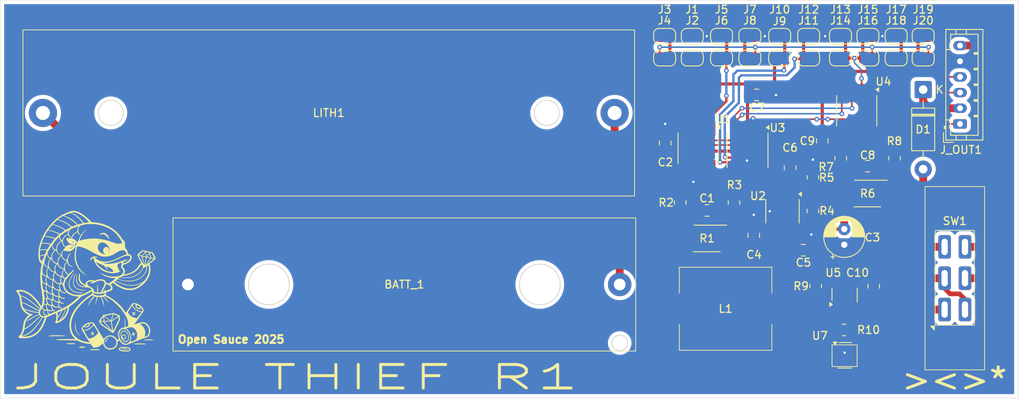
<source format=kicad_pcb>
(kicad_pcb (version 20241229) (generator "pcbnew") (generator_version "9.0")
  (title_block (title "Joule Thief") (date "2025-08-05") (rev "R1") (company "Suneater Labs") (comment 1 "Extraction Module"))
  (layers (0 "F.Cu" signal) (2 "B.Cu" signal) (13 "F.Paste" user) (15 "B.Paste" user) (5 "F.SilkS" user "F.Silkscreen") (7 "B.SilkS" user "B.Silkscreen") (1 "F.Mask" user) (3 "B.Mask" user) (25 "Edge.Cuts" user))
  (net 0 "")
  (net 1 "GND")
  (net 2 "ALK")
  (net 3 "Net-(C1-Pad1)")
  (net 4 "Net-(C1-Pad2)")
  (net 5 "VBUS")
  (net 6 "Net-(U2-VOUT)")
  (net 7 "L_VIN")
  (net 8 "Net-(U2-AUX)")
  (net 9 "Net-(U2-LDO)")
  (net 10 "Net-(C8-Pad1)")
  (net 11 "Net-(C8-Pad2)")
  (net 12 "SDA")
  (net 13 "SHDN")
  (net 14 "SCL")
  (net 15 "L_SWITCH")
  (net 16 "BAT-")
  (net 17 "Net-(D1-A)")
  (net 18 "VOUT")
  (net 19 "Net-(U1-IN+)")
  (net 20 "Net-(U1-IN-)")
  (net 21 "VCC")
  (net 22 "Net-(U2-FB)")
  (net 23 "Net-(U4-IN+)")
  (net 24 "Net-(U4-IN-)")
  (net 25 "Net-(U5-CS)")
  (net 26 "Net-(J1-A)")
  (net 27 "Net-(J5-A)")
  (net 32 "Net-(J10-A)")
  (net 33 "Net-(J11-A)")
  (net 34 "Net-(J13-A)")
  (net 35 "Net-(J17-A)")
  (net 36 "BAT+")
  (net 37 "VBOOST")
  (net 38 "Net-(U2-MPPC)")
  (net 40 "Net-(U5-OC)")
  (net 41 "Net-(U5-OD)")
  (net 44 "Net-(SW1A-A)")
  (footprint "Joule Thief Footprints:AA_Cell_Clip_V2" (layer "F.Cu") (at 90.609826 70.9)
    (property "Reference" "BATT_1")
    (property "Value" "Alkaline AA")
    (fp_circle (center -17.27 0) (end -14.67 0) (stroke (width 0.1)) (fill no) (layer "Edge.Cuts"))
    (fp_circle (center 17.27 0) (end 19.87 0) (stroke (width 0.1)) (fill no) (layer "Edge.Cuts"))
    (fp_circle (center 27.46 7.47) (end 28.46 7.47) (stroke (width 0.1)) (fill no) (layer "Edge.Cuts"))
  )
  (footprint "Resistor_SMD:R_0805_2012Metric_Pad1.20x1.40mm_HandSolder" (layer "F.Cu") (at 146.258496 54.792436 -90)
    (property "Reference" "R7")
    (property "Value" "10")
  )
  (footprint "Package_SO:TSSOP-14_4.4x5mm_P0.65mm" (layer "F.Cu") (at 134.369826 53.7625 -90)
    (property "Reference" "U3")
    (property "Value" "AD5280")
  )
  (footprint "Package_SO:MSOP-12_3x4.039mm_P0.65mm" (layer "F.Cu") (at 138.82858 61.551 -90)
    (property "Reference" "U2")
    (property "Value" "LTC3105xMS")
  )
  (footprint "Jumper:SolderJumper-2_P1.3mm_Open_RoundedPad1.0x1.5mm" (layer "F.Cu") (at 138.469826 39.2 180)
    (property "Reference" "J10")
    (property "Value" "SolderJumper_2_Open")
  )
  (footprint "Joule Thief Footprints:18650_Cell_Clip_V2" (layer "F.Cu") (at 80.969826 49)
    (property "Reference" "LITH1")
    (property "Value" "18650")
    (fp_circle (center -27.8 0) (end -26.2 0) (stroke (width 0.1)) (fill no) (layer "Edge.Cuts"))
    (fp_circle (center 27.8 0) (end 29.4 0) (stroke (width 0.1)) (fill no) (layer "Edge.Cuts"))
  )
  (footprint "Jumper:SolderJumper-2_P1.3mm_Open_RoundedPad1.0x1.5mm" (layer "F.Cu") (at 131.06071 39.2 180)
    (property "Reference" "J5")
    (property "Value" "SolderJumper_2_Open")
  )
  (footprint "Resistor_SMD:R_0805_2012Metric_Pad1.20x1.40mm_HandSolder" (layer "F.Cu") (at 143.065743 71.110349 -90)
    (property "Reference" "R9")
    (property "Value" "100")
  )
  (footprint "Resistor_SMD:R_0805_2012Metric_Pad1.20x1.40mm_HandSolder" (layer "F.Cu") (at 142.70458 61.525 90)
    (property "Reference" "R4")
    (property "Value" "1M")
  )
  (footprint "Jumper:SolderJumper-2_P1.3mm_Open_RoundedPad1.0x1.5mm" (layer "F.Cu") (at 146.219826 39.2 180)
    (property "Reference" "J13")
    (property "Value" "SolderJumper_2_Open")
  )
  (footprint "Joule Thief Footprints:FS8205A_Wide" (layer "F.Cu") (at 146.75 80.010349)
    (property "Reference" "U7")
    (property "Value" "FS8205A")
  )
  (footprint "Package_SO:SOIC-8_3.9x4.9mm_P1.27mm" (layer "F.Cu") (at 148.295 48.725 -90)
    (property "Reference" "U4")
    (property "Value" "INA219AxD")
  )
  (footprint "Jumper:SolderJumper-2_P1.3mm_Open_RoundedPad1.0x1.5mm" (layer "F.Cu") (at 131.06071 42 180)
    (property "Reference" "J6")
    (property "Value" "SolderJumper_2_Open")
  )
  (footprint "Capacitor_SMD:C_0805_2012Metric_Pad1.18x1.45mm_HandSolder" (layer "F.Cu") (at 141.487382 66.525)
    (property "Reference" "C5")
    (property "Value" "1u")
  )
  (footprint "Capacitor_SMD:C_0805_2012Metric_Pad1.18x1.45mm_HandSolder" (layer "F.Cu") (at 150.465743 71.110349 90)
    (property "Reference" "C10")
    (property "Value" "0.1u")
  )
  (footprint "Joule Thief Footprints:R_Shunt_2512_V2" (layer "F.Cu") (at 129.209826 65.025 180)
    (property "Reference" "R1")
    (property "Value" "0.1R")
  )
  (footprint "Joule Thief Footprints:SS22F25_DPDT_Straight_V2" (layer "F.Cu") (at 160.8 70.05 90)
    (property "Reference" "SW1")
    (property "Value" "SW_DPDT_x2")
  )
  (footprint "Jumper:SolderJumper-2_P1.3mm_Open_RoundedPad1.0x1.5mm" (layer "F.Cu") (at 149.719826 42)
    (property "Reference" "J16")
    (property "Value" "SolderJumper_2_Open")
  )
  (footprint "Jumper:SolderJumper-2_P1.3mm_Open_RoundedPad1.0x1.5mm" (layer "F.Cu") (at 138.469826 42 180)
    (property "Reference" "J9")
    (property "Value" "SolderJumper_2_Open")
  )
  (footprint "Jumper:SolderJumper-2_P1.3mm_Open_RoundedPad1.0x1.5mm" (layer "F.Cu") (at 123.8 42 180)
    (property "Reference" "J4")
    (property "Value" "SolderJumper_2_Open")
  )
  (footprint "Jumper:SolderJumper-2_P1.3mm_Open_RoundedPad1.0x1.5mm" (layer "F.Cu") (at 134.669826 42)
    (property "Reference" "J8")
    (property "Value" "SolderJumper_2_Open")
  )
  (footprint "Capacitor_SMD:C_0805_2012Metric_Pad1.18x1.45mm_HandSolder" (layer "F.Cu") (at 143.901125 52.570589 -90)
    (property "Reference" "C9")
    (property "Value" "0.1u")
  )
  (footprint "Resistor_SMD:R_0805_2012Metric_Pad1.20x1.40mm_HandSolder" (layer "F.Cu") (at 153.118175 54.78751 -90)
    (property "Reference" "R8")
    (property "Value" "10")
  )
  (footprint "Capacitor_SMD:C_0805_2012Metric_Pad1.18x1.45mm_HandSolder" (layer "F.Cu") (at 135.169826 64.6375 90)
    (property "Reference" "C4")
    (property "Value" "10u")
  )
  (footprint "Joule Thief Footprints:Power_Inductor_101040" (layer "F.Cu") (at 131.569826 74)
    (property "Reference" "L1")
    (property "Value" "10u")
  )
  (footprint "Joule Thief Footprints:R_Shunt_2512_V2" (layer "F.Cu") (at 149.68958 59.29 180)
    (property "Reference" "R6")
    (property "Value" "0.1R")
  )
  (footprint "Jumper:SolderJumper-2_P1.3mm_Open_RoundedPad1.0x1.5mm" (layer "F.Cu") (at 146.219826 42 180)
    (property "Reference" "J14")
    (property "Value" "SolderJumper_2_Open")
  )
  (footprint "Capacitor_SMD:C_0805_2012Metric_Pad1.18x1.45mm_HandSolder" (layer "F.Cu") (at 139.796709 56 90)
    (property "Reference" "C6")
    (property "Value" "4.7u")
  )
  (footprint "Jumper:SolderJumper-2_P1.3mm_Open_RoundedPad1.0x1.5mm" (layer "F.Cu") (at 153.319826 42 180)
    (property "Reference" "J18")
    (property "Value" "SolderJumper_2_Open")
  )
  (footprint "Capacitor_SMD:C_0805_2012Metric_Pad1.18x1.45mm_HandSolder" (layer "F.Cu") (at 135.532326 46.7)
    (property "Reference" "C7")
    (property "Value" "0.1u")
  )
  (footprint "LOGO" (layer "F.Cu") (at 50.1 70.7)
    (property "Reference" "G***" (hide yes))
    (property "Value" "LOGO" (hide yes))
  )
  (footprint "Resistor_SMD:R_0805_2012Metric_Pad1.20x1.40mm_HandSolder" (layer "F.Cu") (at 132.646915 60.45 -90)
    (property "Reference" "R3")
    (property "Value" "10")
  )
  (footprint "Jumper:SolderJumper-2_P1.3mm_Open_RoundedPad1.0x1.5mm" (layer "F.Cu") (at 123.8 39.2 180)
    (property "Reference" "J3")
    (property "Value" "SolderJumper_2_Open")
  )
  (footprint "Connector_JST:JST_PH_B6B-PH-K_1x06_P2.00mm_Vertical" (layer "F.Cu") (at 161.469826 50.4 90)
    (property "Reference" "J_OUT1")
    (property "Value" "Conn_01x06")
  )
  (footprint "Jumper:SolderJumper-2_P1.3mm_Open_RoundedPad1.0x1.5mm" (layer "F.Cu") (at 156.769826 39.2)
    (property "Reference" "J19")
    (property "Value" "SolderJumper_2_Open")
  )
  (footprint "Resistor_SMD:R_0805_2012Metric_Pad1.20x1.40mm_HandSolder" (layer "F.Cu") (at 142.70458 57.225 90)
    (property "Reference" "R5")
    (property "Value" "220k")
  )
  (footprint "Jumper:SolderJumper-2_P1.3mm_Open_RoundedPad1.0x1.5mm" (layer "F.Cu") (at 153.319826 39.2 180)
    (property "Reference" "J17")
    (property "Value" "SolderJumper_2_Open")
  )
  (footprint "Jumper:SolderJumper-2_P1.3mm_Open_RoundedPad1.0x1.5mm" (layer "F.Cu") (at 127.326934 39.2)
    (property "Reference" "J1")
    (property "Value" "SolderJumper_2_Open")
  )
  (footprint "Jumper:SolderJumper-2_P1.3mm_Open_RoundedPad1.0x1.5mm" (layer "F.Cu") (at 149.719826 39.2)
    (property "Reference" "J15")
    (property "Value" "SolderJumper_2_Open")
  )
  (footprint "Resistor_SMD:R_0805_2012Metric_Pad1.20x1.40mm_HandSolder" (layer "F.Cu") (at 146.665743 76.710349)
    (property "Reference" "R10")
    (property "Value" "1k")
  )
  (footprint "Capacitor_SMD:C_0805_2012Metric_Pad1.18x1.45mm_HandSolder" (layer "F.Cu") (at 129.209826 61.45 180)
    (property "Reference" "C1")
    (property "Value" "0.1u")
  )
  (footprint "Package_SO:SOIC-8_3.9x4.9mm_P1.27mm" (layer "F.Cu") (at 128.069826 53.5 -90)
    (property "Reference" "U1")
    (property "Value" "INA219AxD")
  )
  (footprint "Package_TO_SOT_SMD:SOT-23-6_Handsoldering" (layer "F.Cu") (at 146.75 72.25 90)
    (property "Reference" "U5")
    (property "Value" "DW01")
  )
  (footprint "Capacitor_SMD:C_0805_2012Metric_Pad1.18x1.45mm_HandSolder" (layer "F.Cu") (at 123.869826 52.8375 90)
    (property "Reference" "C2")
    (property "Value" "0.1u")
  )
  (footprint "Capacitor_THT:CP_Radial_D5.0mm_P2.00mm" (layer "F.Cu") (at 146.70458 65.825 90)
    (property "Reference" "C3")
    (property "Value" "100u")
  )
  (footprint "Resistor_SMD:R_0805_2012Metric_Pad1.20x1.40mm_HandSolder" (layer "F.Cu") (at 125.784826 60.45 -90)
    (property "Reference" "R2")
    (property "Value" "10")
  )
  (footprint "Jumper:SolderJumper-2_P1.3mm_Open_RoundedPad1.0x1.5mm" (layer "F.Cu") (at 156.769826 42)
    (property "Reference" "J20")
    (property "Value" "SolderJumper_2_Open")
  )
  (footprint "Jumper:SolderJumper-2_P1.3mm_Open_RoundedPad1.0x1.5mm" (layer "F.Cu") (at 142.169826 39.2)
    (property "Reference" "J12")
    (property "Value" "SolderJumper_2_Open")
  )
  (footprint "Jumper:SolderJumper-2_P1.3mm_Open_RoundedPad1.0x1.5mm" (layer "F.Cu") (at 134.669826 39.2)
    (property "Reference" "J7")
    (property "Value" "SolderJumper_2_Open")
  )
  (footprint "Jumper:SolderJumper-2_P1.3mm_Open_RoundedPad1.0x1.5mm" (layer "F.Cu") (at 142.169826 42)
    (property "Reference" "J11")
    (property "Value" "SolderJumper_2_Open")
  )
  (footprint "Diode_THT:D_DO-41_SOD81_P10.16mm_Horizontal" (layer "F.Cu") (at 156.769826 46.02 -90)
    (property "Reference" "D1")
    (property "Value" "D_Schottky")
  )
  (footprint "Capacitor_SMD:C_0805_2012Metric_Pad1.18x1.45mm_HandSolder" (layer "F.Cu") (at 149.68958 55.79 180)
    (property "Reference" "C8")
    (property "Value" "0.1u")
  )
  (footprint "Jumper:SolderJumper-2_P1.3mm_Open_RoundedPad1.0x1.5mm" (layer "F.Cu") (at 127.326934 42)
    (property "Reference" "J2")
    (property "Value" "SolderJumper_2_Open")
  )
  (gr_rect (start 39.069826 34.605) (end 168.869826 85.4) (stroke (width 0.05)) (fill no) (layer "Edge.Cuts"))
  (gr_text "JOULE THIEF R1" (at 40.2 84.5 0) (layer "F.SilkS") (effects (font (size 3 6) (thickness 0.375) (bold yes)) (justify left bottom)))
  (gr_text "Open Sauce 2025" (at 61.6 78.5 0) (layer "F.SilkS") (effects (font (size 1 1) (thickness 0.25) (bold yes)) (justify left bottom)))
  (gr_text "><>*" (at 153.8 84.8 0) (layer "F.SilkS") (effects (font (size 3 3) (thickness 0.375) (bold yes)) (justify left bottom)))
  (segment (start 146.458418 77.923485) (end 145.9482 77.923485) (width 0.3) (layer "F.Cu") (net 1))
  (segment (start 134.369826 56.625) (end 133.719826 56.625) (width 0.4) (layer "F.Cu") (net 1))
  (segment (start 147.665 51.205) (end 147.66 51.2) (width 0.3) (layer "F.Cu") (net 1))
  (segment (start 143.901125 53.608089) (end 143.901125 54.698875) (width 0.5) (layer "F.Cu") (net 1))
  (segment (start 135.169826 63.6) (end 135.169826 62) (width 0.6) (layer "F.Cu") (net 1))
  (segment (start 143.6375 54.9625) (end 142.7 54.9625) (width 0.5) (layer "F.Cu") (net 1))
  (segment (start 129.169826 39.2) (end 129.269826 39.2) (width 0.4) (layer "F.Cu") (net 1))
  (segment (start 149.55 80.340349) (end 149.55 79.680349) (width 0.2) (layer "F.Cu") (net 1))
  (segment (start 142.70458 56.225) (end 142.70458 54.96708) (width 0.5) (layer "F.Cu") (net 1))
  (segment (start 136.569826 46.7) (end 138 46.7) (width 0.3) (layer "F.Cu") (net 1))
  (segment (start 137.20358 59.401) (end 137.20358 61.551) (width 0.4) (layer "F.Cu") (net 1))
  (segment (start 137.814485 39.2) (end 136.569826 39.2) (width 0.3) (layer "F.Cu") (net 1))
  (segment (start 142.7 54.9625) (end 139.796709 54.9625) (width 0.5) (layer "F.Cu") (net 1))
  (segment (start 138.82858 61.551) (end 139.15358 61.226) (width 0.4) (layer "F.Cu") (net 1))
  (segment (start 143.901125 54.698875) (end 143.6375 54.9625) (width 0.5) (layer "F.Cu") (net 1))
  (segment (start 146.82 79.680349) (end 146.75 79.610349) (width 0.2) (layer "F.Cu") (net 1))
  (segment (start 146.765743 78.23081) (end 146.458418 77.923485) (width 0.3) (layer "F.Cu") (net 1))
  (segment (start 129.169826 39.2) (end 127.976934 39.2) (width 0.4) (layer "F.Cu") (net 1))
  (segment (start 123.869826 51.8) (end 123.869826 50.4) (width 0.4) (layer "F.Cu") (net 1))
  (segment (start 134.369826 56.625) (end 134.369826 55.1625) (width 0.4) (layer "F.Cu") (net 1))
  (segment (start 149.55 79.680349) (end 146.82 79.680349) (width 0.4) (layer "F.Cu") (net 1))
  (segment (start 142.819826 39.2) (end 144.269826 39.2) (width 0.3) (layer "F.Cu") (net 1))
  (segment (start 127.434826 57.765) (end 127.469826 57.8) (width 0.4) (layer "F.Cu") (net 1))
  (segment (start 147.66 51.2) (end 147.66 52.351836) (width 0.3) (layer "F.Cu") (net 1))
  (segment (start 135.019826 49.75) (end 135.069826 49.7) (width 0.3) (layer "F.Cu") (net 1))
  (segment (start 145.665743 77.641028) (end 145.665743 76.710349) (width 0.3) (layer "F.Cu") (net 1))
  (segment (start 152.644826 39.2) (end 151.569826 39.2) (width 0.3) (layer "F.Cu") (net 1))
  (segment (start 147.344401 52.667435) (end 144.132565 52.667435) (width 0.3) (layer "F.Cu") (net 1))
  (segment (start 127.434826 55.975) (end 127.434826 57.765) (width 0.4) (layer "F.Cu") (net 1))
  (segment (start 142.524882 66.465374) (end 142.524882 64.545302) (width 0.4) (layer "F.Cu") (net 1))
  (segment (start 145.9482 77.923485) (end 145.665743 77.641028) (width 0.3) (layer "F.Cu") (net 1))
  (segment (start 137.20358 61.551) (end 138.82858 61.551) (width 0.4) (layer "F.Cu") (net 1))
  (segment (start 144.132565 52.667435) (end 143.901125 52.898875) (width 0.3) (layer "F.Cu") (net 1))
  (segment (start 139.15358 61.226) (end 139.15358 59.401) (width 0.4) (layer "F.Cu") (net 1))
  (segment (start 146.75 79.610349) (end 146.765743 79.594606) (width 0.3) (layer "F.Cu") (net 1))
  (segment (start 146.765743 79.594606) (end 146.765743 78.23081) (width 0.3) (layer "F.Cu") (net 1))
  (segment (start 142.524882 64.545302) (end 142.50458 64.525) (width 0.4) (layer "F.Cu") (net 1))
  (segment (start 130.41071 39.2) (end 129.169826 39.2) (width 0.4) (layer "F.Cu") (net 1))
  (segment (start 135.019826 50.9) (end 135.019826 49.75) (width 0.3) (layer "F.Cu") (net 1))
  (segment (start 143.901125 52.898875) (end 143.901125 53.608089) (width 0.3) (layer "F.Cu") (net 1))
  (segment (start 144.269826 39.2) (end 145.594826 39.2) (width 0.3) (layer "F.Cu") (net 1))
  (segment (start 134.369826 55.1625) (end 134.294826 55.0875) (width 0.4) (layer "F.Cu") (net 1))
  (segment (start 137.20358 61.551) (end 137.20358 63.701) (width 0.4) (layer "F.Cu") (net 1))
  (segment (start 147.66 52.351836) (end 147.344401 52.667435) (width 0.3) (layer "F.Cu") (net 1))
  (segment (start 142.70458 54.96708) (end 142.7 54.9625) (width 0.5) (layer "F.Cu") (net 1))
  (via (at 138 46.7) (size 0.6) (drill 0.3) (layers "F.Cu" "B.Cu") (net 1))
  (via (at 146.75 79.610349) (size 0.6) (drill 0.3) (layers "F.Cu" "B.Cu") (net 1))
  (via (at 127.469826 57.8) (size 0.6) (drill 0.3) (layers "F.Cu" "B.Cu") (net 1))
  (via (at 135.069826 49.7) (size 0.6) (drill 0.3) (layers "F.Cu" "B.Cu") (net 1))
  (via (at 144.269826 39.2) (size 0.6) (drill 0.3) (layers "F.Cu" "B.Cu") (net 1))
  (via (at 136.569826 39.2) (size 0.6) (drill 0.3) (layers "F.Cu" "B.Cu") (net 1))
  (via (at 134.294826 55.0875) (size 0.6) (drill 0.3) (layers "F.Cu" "B.Cu") (net 1))
  (via (at 135.169826 62) (size 0.6) (drill 0.3) (layers "F.Cu" "B.Cu") (net 1))
  (via (at 142.7 54.9625) (size 0.6) (drill 0.3) (layers "F.Cu" "B.Cu") (net 1))
  (via (at 129.169826 39.2) (size 0.6) (drill 0.3) (layers "F.Cu" "B.Cu") (net 1))
  (via (at 151.569826 39.2) (size 0.6) (drill 0.3) (layers "F.Cu" "B.Cu") (net 1))
  (via (at 123.869826 50.4) (size 0.6) (drill 0.3) (layers "F.Cu" "B.Cu") (net 1))
  (via (at 142.50458 64.525) (size 0.6) (drill 0.3) (layers "F.Cu" "B.Cu") (net 1))
  (via (at 137.20358 61.551) (size 0.6) (drill 0.3) (layers "F.Cu" "B.Cu") (net 1))
  (segment (start 118.069826 68.2) (end 118.069826 70.9) (width 1) (layer "F.Cu") (net 2))
  (segment (start 120.609826 65.66) (end 118.069826 68.2) (width 1) (layer "F.Cu") (net 2))
  (segment (start 126.224826 65.66) (end 120.609826 65.66) (width 1) (layer "F.Cu") (net 2))
  (segment (start 130.247326 61.45) (end 132.646915 61.45) (width 0.2) (layer "F.Cu") (net 3))
  (segment (start 132.639826 61.595) (end 132.639826 63.755) (width 0.2) (layer "F.Cu") (net 3))
  (segment (start 128.172326 61.45) (end 125.784826 61.45) (width 0.2) (layer "F.Cu") (net 4))
  (segment (start 125.784826 61.45) (end 125.784826 63.75) (width 0.2) (layer "F.Cu") (net 4))
  (segment (start 125.784826 63.75) (end 125.779826 63.755) (width 0.2) (layer "F.Cu") (net 4))
  (segment (start 145.594826 43.694826) (end 145.6 43.7) (width 0.4) (layer "F.Cu") (net 5))
  (segment (start 143.9 44) (end 143.901125 44.001125) (width 0.4) (layer "F.Cu") (net 5))
  (segment (start 121.094826 52.625) (end 122.344826 53.875) (width 1) (layer "F.Cu") (net 5))
  (segment (start 134.369826 53.8) (end 134.294826 53.875) (width 0.4) (layer "F.Cu") (net 5))
  (segment (start 126.164826 53.88) (end 126.169826 53.875) (width 0.4) (layer "F.Cu") (net 5))
  (segment (start 135.669826 56.625) (end 135.669826 54.3) (width 0.4) (layer "F.Cu") (net 5))
  (segment (start 135.244826 53.875) (end 134.294826 53.875) (width 0.4) (layer "F.Cu") (net 5))
  (segment (start 166.869826 66.5) (end 166.869826 39) (width 1) (layer "F.Cu") (net 5))
  (segment (start 134.494826 46.7) (end 134.494826 45.425) (width 0.4) (layer "F.Cu") (net 5))
  (segment (start 145.6 43.7) (end 152.1 43.7) (width 0.4) (layer "F.Cu") (net 5))
  (segment (start 166.869826 68.030174) (end 164.8 70.1) (width 1) (layer "F.Cu") (net 5))
  (segment (start 143.901125 51.533089) (end 146.393335 51.533089) (width 0.5) (layer "F.Cu") (net 5))
  (segment (start 139.6 45.3) (end 141.2 43.7) (width 0.4) (layer "F.Cu") (net 5))
  (segment (start 152.1 43.7) (end 152.644826 43.155174) (width 0.4) (layer "F.Cu") (net 5))
  (segment (start 130.769826 45.3) (end 130.41071 44.940884) (width 0.4) (layer "F.Cu") (net 5))
  (segment (start 134.494826 46.7) (end 134.369826 46.825) (width 0.3) (layer "F.Cu") (net 5))
  (segment (start 134.36708 50.897254) (end 134.369826 50.9) (width 0.4) (layer "F.Cu") (net 5))
  (segment (start 142.8 43.7) (end 143.9 43.7) (width 0.4) (layer "F.Cu") (net 5))
  (segment (start 137.819826 45.25) (end 137.869826 45.3) (width 0.4) (layer "F.Cu") (net 5))
  (segment (start 143.9 43.7) (end 145.6 43.7) (width 0.4) (layer "F.Cu") (net 5))
  (segment (start 135.669826 54.3) (end 135.244826 53.875) (width 0.4) (layer "F.Cu") (net 5))
  (segment (start 141.2 43.7) (end 142.8 43.7) (width 0.4) (layer "F.Cu") (net 5))
  (segment (start 143.9 43.7) (end 143.9 44) (width 0.4) (layer "F.Cu") (net 5))
  (segment (start 122.344826 53.875) (end 123.869826 53.875) (width 1) (layer "F.Cu") (net 5))
  (segment (start 143.901125 44.001125) (end 143.901125 51.533089) (width 0.4) (layer "F.Cu") (net 5))
  (segment (start 137.819826 42) (end 137.819826 45.25) (width 0.4) (layer "F.Cu") (net 5))
  (segment (start 127.976934 42) (end 130.41071 42) (width 0.4) (layer "F.Cu") (net 5))
  (segment (start 142.819826 42) (end 142.819826 43.680174) (width 0.4) (layer "F.Cu") (net 5))
  (segment (start 166.869826 66.5) (end 166.869826 68.030174) (width 1) (layer "F.Cu") (net 5))
  (segment (start 152.644826 43.155174) (end 152.644826 42) (width 0.4) (layer "F.Cu") (net 5))
  (segment (start 145.594826 42) (end 145.594826 43.694826) (width 0.4) (layer "F.Cu") (net 5))
  (segment (start 145.594826 42) (end 142.819826 42) (width 0.4) (layer "F.Cu") (net 5))
  (segment (start 134.294826 53.875) (end 126.169826 53.875) (width 0.4) (layer "F.Cu") (net 5))
  (segment (start 123.869826 53.875) (end 126.169826 53.875) (width 0.4) (layer "F.Cu") (net 5))
  (segment (start 166.869826 39) (end 164.369826 36.5) (width 1) (layer "F.Cu") (net 5))
  (segment (start 134.369826 46.825) (end 134.369826 50.9) (width 0.4) (layer "F.Cu") (net 5))
  (segment (start 137.869826 45.3) (end 130.769826 45.3) (width 0.4) (layer "F.Cu") (net 5))
  (segment (start 146.393335 51.533089) (end 146.395 51.534754) (width 0.5) (layer "F.Cu") (net 5))
  (segment (start 164.369826 36.5) (end 122.869826 36.5) (width 1) (layer "F.Cu") (net 5))
  (segment (start 126.164826 55.975) (end 126.164826 53.88) (width 0.4) (layer "F.Cu") (net 5))
  (segment (start 134.369826 50.9) (end 134.369826 53.8) (width 0.4) (layer "F.Cu") (net 5))
  (segment (start 122.869826 36.5) (end 121.094826 38.275) (width 1) (layer "F.Cu") (net 5))
  (segment (start 121.094826 38.275) (end 121.094826 52.625) (width 1) (layer "F.Cu") (net 5))
  (segment (start 130.41071 44.940884) (end 130.41071 42) (width 0.4) (layer "F.Cu") (net 5))
  (segment (start 164.8 70.1) (end 162.1 70.1) (width 1) (layer "F.Cu") (net 5))
  (segment (start 137.869826 45.3) (end 139.6 45.3) (width 0.4) (layer "F.Cu") (net 5))
  (segment (start 142.819826 43.680174) (end 142.8 43.7) (width 0.4) (layer "F.Cu") (net 5))
  (segment (start 145.30458 63.825) (end 146.70458 63.825) (width 0.4) (layer "F.Cu") (net 6))
  (segment (start 142.70458 62.525) (end 144.00458 62.525) (width 0.4) (layer "F.Cu") (net 6))
  (segment (start 142.70458 62.525) (end 140.193288 62.525) (width 0.4) (layer "F.Cu") (net 6))
  (segment (start 146.70458 59.925) (end 146.70458 63.825) (width 1) (layer "F.Cu") (net 6))
  (segment (start 144.00458 62.525) (end 145.30458 63.825) (width 0.4) (layer "F.Cu") (net 6))
  (segment (start 139.80358 62.914708) (end 139.80358 63.701) (width 0.4) (layer "F.Cu") (net 6))
  (segment (start 140.193288 62.525) (end 139.80358 62.914708) (width 0.4) (layer "F.Cu") (net 6))
  (segment (start 126.819826 71.035) (end 132.194826 65.66) (width 1) (layer "F.Cu") (net 7))
  (segment (start 132.194826 65.66) (end 135.154826 65.66) (width 1) (layer "F.Cu") (net 7))
  (segment (start 135.169826 65.675) (end 136.665872 65.675) (width 0.4) (layer "F.Cu") (net 7))
  (segment (start 136.665872 65.675) (end 137.85358 64.487292) (width 0.4) (layer "F.Cu") (net 7))
  (segment (start 137.853844 63.701264) (end 137.85358 63.701) (width 0.4) (layer "F.Cu") (net 7))
  (segment (start 135.154826 65.66) (end 135.169826 65.675) (width 1) (layer "F.Cu") (net 7))
  (segment (start 126.819826 74) (end 126.819826 71.035) (width 1) (layer "F.Cu") (net 7))
  (segment (start 137.85358 64.487292) (end 137.85358 63.701) (width 0.4) (layer "F.Cu") (net 7))
  (segment (start 140.45358 63.701) (end 140.45358 66.461676) (width 0.4) (layer "F.Cu") (net 8))
  (segment (start 140.45358 66.521302) (end 140.449882 66.525) (width 0.4) (layer "F.Cu") (net 8))
  (segment (start 139.80358 59.401) (end 139.80358 57.044371) (width 0.4) (layer "F.Cu") (net 9))
  (segment (start 139.80358 57.044371) (end 139.796709 57.0375) (width 0.4) (layer "F.Cu") (net 9))
  (segment (start 153.118175 58.018595) (end 153.11958 58.02) (width 0.4) (layer "F.Cu") (net 10))
  (segment (start 153.118175 55.78751) (end 153.118175 58.018595) (width 0.4) (layer "F.Cu") (net 10))
  (segment (start 153.115685 55.79) (end 153.118175 55.78751) (width 0.4) (layer "F.Cu") (net 10))
  (segment (start 150.72708 55.79) (end 153.115685 55.79) (width 0.4) (layer "F.Cu") (net 10))
  (segment (start 146.258496 55.792436) (end 146.258496 58.018916) (width 0.4) (layer "F.Cu") (net 11))
  (segment (start 146.258496 55.792436) (end 148.649644 55.792436) (width 0.4) (layer "F.Cu") (net 11))
  (segment (start 146.258496 58.018916) (end 146.25958 58.02) (width 0.4) (layer "F.Cu") (net 11))
  (segment (start 148.649644 55.792436) (end 148.65208 55.79) (width 0.4) (layer "F.Cu") (net 11))
  (segment (start 161.469826 46.4) (end 159.569826 46.4) (width 0.2) (layer "F.Cu") (net 12))
  (segment (start 127.669826 52.5) (end 127.434826 52.265) (width 0.2) (layer "F.Cu") (net 12))
  (segment (start 150.269826 40.6) (end 150.269826 41.925) (width 0.2) (layer "F.Cu") (net 12))
  (segment (start 127.434826 52.265) (end 127.434826 51.025) (width 0.2) (layer "F.Cu") (net 12))
  (segment (start 158.269826 42) (end 157.444826 42) (width 0.2) (layer "F.Cu") (net 12))
  (segment (start 132.069826 52.5) (end 127.669826 52.5) (width 0.2) (layer "F.Cu") (net 12))
  (segment (start 123.669826 48.2) (end 126.569826 48.2) (width 0.2) (layer "F.Cu") (net 12))
  (segment (start 126.569826 48.2) (end 127.434826 49.065) (width 0.2) (layer "F.Cu") (net 12))
  (segment (start 147.66 48.36) (end 147.66 46.25) (width 0.2) (layer "F.Cu") (net 12))
  (segment (start 150.269826 41.925) (end 150.344826 42) (width 0.2) (layer "F.Cu") (net 12))
  (segment (start 135.369826 40.6) (end 135.369826 41.95) (width 0.2) (layer "F.Cu") (net 12))
  (segment (start 132.419826 49.65) (end 133.669826 48.4) (width 0.2) (layer "F.Cu") (net 12))
  (segment (start 132.419826 50.9) (end 132.419826 49.65) (width 0.2) (layer "F.Cu") (net 12))
  (segment (start 127.434826 49.065) (end 127.434826 51.025) (width 0.2) (layer "F.Cu") (net 12))
  (segment (start 123.169545 47.699719) (end 123.669826 48.2) (width 0.2) (layer "F.Cu") (net 12))
  (segment (start 158.869826 44) (end 158.869826 42.6) (width 0.2) (layer "F.Cu") (net 12))
  (segment (start 123.169545 42) (end 123.169545 40.600281) (width 0.2) (layer "F.Cu") (net 12))
  (segment (start 158.869826 45.7) (end 158.869826 44) (width 0.2) (layer "F.Cu") (net 12))
  (segment (start 157.444826 42) (end 157.444826 40.625) (width 0.2) (layer "F.Cu") (net 12))
  (segment (start 158.869826 42.6) (end 158.269826 42) (width 0.2) (layer "F.Cu") (net 12))
  (segment (start 157.444826 40.625) (end 157.469826 40.6) (width 0.2) (layer "F.Cu") (net 12))
  (segment (start 147.7 48.4) (end 147.66 48.36) (width 0.2) (layer "F.Cu") (net 12))
  (segment (start 159.569826 46.4) (end 158.869826 45.7) (width 0.2) (layer "F.Cu") (net 12))
  (segment (start 132.419826 50.9) (end 132.419826 52.15) (width 0.2) (layer "F.Cu") (net 12))
  (segment (start 123.169545 42) (end 123.169545 47.699719) (width 0.2) (layer "F.Cu") (net 12))
  (segment (start 123.169545 40.600281) (end 123.169826 40.6) (width 0.2) (layer "F.Cu") (net 12))
  (segment (start 135.369826 41.95) (end 135.319826 42) (width 0.2) (layer "F.Cu") (net 12))
  (segment (start 132.419826 52.15) (end 132.069826 52.5) (width 0.2) (layer "F.Cu") (net 12))
  (via (at 150.269826 40.6) (size 0.6) (drill 0.3) (layers "F.Cu" "B.Cu") (net 12))
  (via (at 123.169826 40.6) (size 0.6) (drill 0.3) (layers "F.Cu" "B.Cu") (net 12))
  (via (at 133.669826 48.4) (size 0.6) (drill 0.3) (layers "F.Cu" "B.Cu") (net 12))
  (via (at 135.369826 40.6) (size 0.6) (drill 0.3) (layers "F.Cu" "B.Cu") (net 12))
  (via (at 147.7 48.4) (size 0.6) (drill 0.3) (layers "F.Cu" "B.Cu") (net 12))
  (via (at 157.469826 40.6) (size 0.6) (drill 0.3) (layers "F.Cu" "B.Cu") (net 12))
  (segment (start 157.469826 40.6) (end 150.269826 40.6) (width 0.2) (layer "B.Cu") (net 12))
  (segment (start 150.269826 40.6) (end 135.369826 40.6) (width 0.2) (layer "B.Cu") (net 12))
  (segment (start 123.169826 40.6) (end 135.369826 40.6) (width 0.2) (layer "B.Cu") (net 12))
  (segment (start 133.669826 48.4) (end 147.7 48.4) (width 0.2) (layer "B.Cu") (net 12))
  (segment (start 143.2 49.8) (end 139 49.8) (width 0.2) (layer "F.Cu") (net 13))
  (segment (start 139 49.8) (end 138.50358 50.29642) (width 0.2) (layer "F.Cu") (net 13))
  (segment (start 159.3 50.4) (end 161.469826 50.4) (width 0.2) (layer "F.Cu") (net 13))
  (segment (start 158.7 49.8) (end 159.3 50.4) (width 0.2) (layer "F.Cu") (net 13))
  (segment (start 144.601125 49.8) (end 158.7 49.8) (width 0.2) (layer "F.Cu") (net 13))
  (segment (start 138.50358 50.29642) (end 138.50358 59.401) (width 0.2) (layer "F.Cu") (net 13))
  (via (at 144.601125 49.8) (size 0.6) (drill 0.3) (layers "F.Cu" "B.Cu") (net 13))
  (via (at 143.2 49.8) (size 0.6) (drill 0.3) (layers "F.Cu" "B.Cu") (net 13))
  (segment (start 144.601125 49.8) (end 143.2 49.8) (width 0.2) (layer "B.Cu") (net 13))
  (segment (start 122.069826 40.4) (end 122.069826 39.5) (width 0.2) (layer "F.Cu") (net 14))
  (segment (start 157.444826 38.075) (end 157.444826 39.2) (width 0.2) (layer "F.Cu") (net 14))
  (segment (start 126.164826 52.795) (end 126.469826 53.1) (width 0.2) (layer "F.Cu") (net 14))
  (segment (start 123.669826 37.7) (end 135.369826 37.7) (width 0.2) (layer "F.Cu") (net 14))
  (segment (start 125.769826 49.3) (end 125.469826 49) (width 0.2) (layer "F.Cu") (net 14))
  (segment (start 135.369826 37.7) (end 150.269826 37.7) (width 0.2) (layer "F.Cu") (net 14))
  (segment (start 132.669826 53.1) (end 133.069826 52.7) (width 0.2) (layer "F.Cu") (net 14))
  (segment (start 150.344826 37.775) (end 150.269826 37.7) (width 0.2) (layer "F.Cu") (net 14))
  (segment (start 126.164826 51.025) (end 126.164826 49.695) (width 0.2) (layer "F.Cu") (net 14))
  (segment (start 123.169545 39.2) (end 122.369826 39.2) (width 0.2) (layer "F.Cu") (net 14))
  (segment (start 150.344826 39.2) (end 150.344826 37.775) (width 0.2) (layer "F.Cu") (net 14))
  (segment (start 159.669826 39.9) (end 158.969826 39.2) (width 0.2) (layer "F.Cu") (net 14))
  (segment (start 133.069826 50.9) (end 133.069826 49.848528) (width 0.2) (layer "F.Cu") (net 14))
  (segment (start 146.39 49.09) (end 146.39 46.25) (width 0.2) (layer "F.Cu") (net 14))
  (segment (start 122.769826 49) (end 122.069826 48.3) (width 0.2) (layer "F.Cu") (net 14))
  (segment (start 135.319826 39.2) (end 135.319826 37.75) (width 0.2) (layer "F.Cu") (net 14))
  (segment (start 125.469826 49) (end 122.769826 49) (width 0.2) (layer "F.Cu") (net 14))
  (segment (start 123.169545 39.2) (end 123.169545 38.200281) (width 0.2) (layer "F.Cu") (net 14))
  (segment (start 122.369826 39.2) (end 122.069826 39.5) (width 0.2) (layer "F.Cu") (net 14))
  (segment (start 135.319826 37.75) (end 135.369826 37.7) (width 0.2) (layer "F.Cu") (net 14))
  (segment (start 133.069826 52.7) (end 133.069826 50.9) (width 0.2) (layer "F.Cu") (net 14))
  (segment (start 123.169545 38.200281) (end 123.669826 37.7) (width 0.2) (layer "F.Cu") (net 14))
  (segment (start 133.069826 49.848528) (end 133.669826 49.248528) (width 0.2) (layer "F.Cu") (net 14))
  (segment (start 146.4 49.1) (end 146.39 49.09) (width 0.2) (layer "F.Cu") (net 14))
  (segment (start 126.469826 53.1) (end 132.669826 53.1) (width 0.2) (layer "F.Cu") (net 14))
  (segment (start 150.269826 37.7) (end 157.069826 37.7) (width 0.2) (layer "F.Cu") (net 14))
  (segment (start 161.469826 44.4) (end 160.169826 44.4) (width 0.2) (layer "F.Cu") (net 14))
  (segment (start 159.669826 43.9) (end 159.669826 39.9) (width 0.2) (layer "F.Cu") (net 14))
  (segment (start 157.069826 37.7) (end 157.444826 38.075) (width 0.2) (layer "F.Cu") (net 14))
  (segment (start 126.164826 51.025) (end 126.164826 52.795) (width 0.2) (layer "F.Cu") (net 14))
  (segment (start 158.969826 39.2) (end 157.444826 39.2) (width 0.2) (layer "F.Cu") (net 14))
  (segment (start 160.169826 44.4) (end 159.669826 43.9) (width 0.2) (layer "F.Cu") (net 14))
  (segment (start 126.164826 49.695) (end 125.769826 49.3) (width 0.2) (layer "F.Cu") (net 14))
  (segment (start 122.069826 48.3) (end 122.069826 40.4) (width 0.2) (layer "F.Cu") (net 14))
  (via (at 133.669826 49.248528) (size 0.6) (drill 0.3) (layers "F.Cu" "B.Cu") (net 14))
  (via (at 146.4 49.1) (size 0.6) (drill 0.3) (layers "F.Cu" "B.Cu") (net 14))
  (segment (start 133.669826 49.248528) (end 133.819354 49.099) (width 0.2) (layer "B.Cu") (net 14))
  (segment (start 146.399 49.099) (end 146.4 49.1) (width 0.2) (layer "B.Cu") (net 14))
  (segment (start 133.819354 49.099) (end 146.399 49.099) (width 0.2) (layer "B.Cu") (net 14))
  (segment (start 138.50358 65.09642) (end 138.50358 63.701) (width 0.4) (layer "F.Cu") (net 15))
  (segment (start 136.319826 67.280174) (end 138.50358 65.09642) (width 0.4) (layer "F.Cu") (net 15))
  (segment (start 136.319826 74) (end 136.319826 67.280174) (width 0.4) (layer "F.Cu") (net 15))
  (segment (start 115.569826 83.2) (end 112.069826 79.7) (width 1) (layer "F.Cu") (net 16))
  (segment (start 146.206456 72.15) (end 148.95 72.15) (width 0.4) (layer "F.Cu") (net 16))
  (segment (start 152.9 73.2) (end 152.9 81.5) (width 1) (layer "F.Cu") (net 16))
  (segment (start 145.8 70.9) (end 145.8 71.743544) (width 0.4) (layer "F.Cu") (net 16))
  (segment (start 148.952151 72.147849) (end 150.465743 72.147849) (width 0.4) (layer "F.Cu") (net 16))
  (segment (start 145.840349 80.340349) (end 146.7 81.2) (width 0.4) (layer "F.Cu") (net 16))
  (segment (start 45.319826 49.75) (end 45.319826 49) (width 1) (layer "F.Cu") (net 16))
  (segment (start 112.069826 55.1) (end 108.769826 51.8) (width 1) (layer "F.Cu") (net 16))
  (segment (start 146.7 83.2) (end 141.469826 83.2) (width 1) (layer "F.Cu") (net 16))
  (segment (start 150.513592 72.1) (end 151.8 72.1) (width 1) (layer "F.Cu") (net 16))
  (segment (start 108.769826 51.8) (end 47.369826 51.8) (width 1) (layer "F.Cu") (net 16))
  (segment (start 146.7 81.2) (end 146.7 83.2) (width 0.4) (layer "F.Cu") (net 16))
  (segment (start 150.465743 72.147849) (end 150.513592 72.1) (width 1) (layer "F.Cu") (net 16))
  (segment (start 151.8 72.1) (end 152.9 73.2) (width 1) (layer "F.Cu") (net 16))
  (segment (start 152.9 81.5) (end 151.2 83.2) (width 1) (layer "F.Cu") (net 16))
  (segment (start 143.95 80.340349) (end 145.840349 80.340349) (width 0.4) (layer "F.Cu") (net 16))
  (segment (start 143.95 80.340349) (end 143.95 79.680349) (width 0.4) (layer "F.Cu") (net 16))
  (segment (start 151.2 83.2) (end 146.7 83.2) (width 1) (layer "F.Cu") (net 16))
  (segment (start 141.469826 83.2) (end 115.569826 83.2) (width 1) (layer "F.Cu") (net 16))
  (segment (start 47.369826 51.8) (end 45.319826 49.75) (width 1) (layer "F.Cu") (net 16))
  (segment (start 112.069826 79.7) (end 112.069826 55.1) (width 1) (layer "F.Cu") (net 16))
  (segment (start 145.8 71.743544) (end 146.206456 72.15) (width 0.4) (layer "F.Cu") (net 16))
  (segment (start 148.95 72.15) (end 148.952151 72.147849) (width 0.4) (layer "F.Cu") (net 16))
  (segment (start 159.5 66.1) (end 157.6 66.1) (width 1) (layer "F.Cu") (net 17))
  (segment (start 157.6 66.1) (end 156.769826 65.269826) (width 1) (layer "F.Cu") (net 17))
  (segment (start 156.769826 65.269826) (end 156.769826 56.18) (width 1) (layer "F.Cu") (net 17))
  (segment (start 157.569826 48.4) (end 161.469826 48.4) (width 1) (layer "F.Cu") (net 18))
  (segment (start 156.769826 46.02) (end 156.769826 47.6) (width 1) (layer "F.Cu") (net 18))
  (segment (start 156.769826 47.6) (end 157.569826 48.4) (width 1) (layer "F.Cu") (net 18))
  (segment (start 130.884826 59.45) (end 132.646915 59.45) (width 0.2) (layer "F.Cu") (net 19))
  (segment (start 129.974826 55.975) (end 129.974826 58.54) (width 0.2) (layer "F.Cu") (net 19))
  (segment (start 129.974826 58.54) (end 130.884826 59.45) (width 0.2) (layer "F.Cu") (net 19))
  (segment (start 128.704826 58.03) (end 127.284826 59.45) (width 0.2) (layer "F.Cu") (net 20))
  (segment (start 127.284826 59.45) (end 125.784826 59.45) (width 0.2) (layer "F.Cu") (net 20))
  (segment (start 128.704826 55.975) (end 128.704826 58.03) (width 0.2) (layer "F.Cu") (net 20))
  (segment (start 165.3 42.230174) (end 163.469826 40.4) (width 1) (layer "F.Cu") (net 21))
  (segment (start 164 66.1) (end 165.3 64.8) (width 1) (layer "F.Cu") (net 21))
  (segment (start 163.469826 40.4) (end 161.469826 40.4) (width 1) (layer "F.Cu") (net 21))
  (segment (start 165.3 64.8) (end 165.3 42.230174) (width 1) (layer "F.Cu") (net 21))
  (segment (start 162.1 66.1) (end 164 66.1) (width 1) (layer "F.Cu") (net 21))
  (segment (start 142.68058 59.401) (end 142.70458 59.377) (width 0.4) (layer "F.Cu") (net 22))
  (segment (start 142.70458 59.377) (end 142.70458 58.225) (width 0.4) (layer "F.Cu") (net 22))
  (segment (start 142.68058 59.401) (end 142.70458 59.425) (width 0.4) (layer "F.Cu") (net 22))
  (segment (start 140.45358 59.401) (end 142.68058 59.401) (width 0.4) (layer "F.Cu") (net 22))
  (segment (start 142.70458 59.425) (end 142.70458 60.525) (width 0.4) (layer "F.Cu") (net 22))
  (segment (start 150.2 52.5) (end 151.48751 53.78751) (width 0.2) (layer "F.Cu") (net 23))
  (segment (start 150.2 51.2) (end 150.2 52.5) (width 0.2) (layer "F.Cu") (net 23))
  (segment (start 151.48751 53.78751) (end 153.118175 53.78751) (width 0.2) (layer "F.Cu") (net 23))
  (segment (start 148.93 51.2) (end 148.93 52.509335) (width 0.2) (layer "F.Cu") (net 24))
  (segment (start 148.93 52.509335) (end 147.646899 53.792436) (width 0.2) (layer "F.Cu") (net 24))
  (segment (start 147.646899 53.792436) (end 146.258496 53.792436) (width 0.2) (layer "F.Cu") (net 24))
  (segment (start 146.75 74.731149) (end 146.75 73.6) (width 0.3) (layer "F.Cu") (net 25))
  (segment (start 147.331117 75.310349) (end 147.3292 75.310349) (width 0.3) (layer "F.Cu") (net 25))
  (segment (start 147.3292 75.310349) (end 146.75 74.731149) (width 0.3) (layer "F.Cu") (net 25))
  (segment (start 147.665743 75.644975) (end 147.331117 75.310349) (width 0.3) (layer "F.Cu") (net 25))
  (segment (start 147.665743 76.710349) (end 147.665743 75.644975) (width 0.3) (layer "F.Cu") (net 25))
  (segment (start 126.676934 39.2) (end 124.469545 39.2) (width 0.4) (layer "F.Cu") (net 26))
  (segment (start 124.469545 39.2) (end 124.469545 42) (width 0.4) (layer "F.Cu") (net 26))
  (segment (start 128.704826 51.025) (end 128.704826 49.235) (width 0.3) (layer "F.Cu") (net 26))
  (segment (start 126.676934 47.207108) (end 126.676934 42) (width 0.3) (layer "F.Cu") (net 26))
  (segment (start 128.704826 49.235) (end 126.676934 47.207108) (width 0.3) (layer "F.Cu") (net 26))
  (segment (start 124.469545 42) (end 126.676934 42) (width 0.4) (layer "F.Cu") (net 26))
  (segment (start 124.486052 41.991746) (end 124.469545 42.008253) (width 0.2) (layer "F.Cu") (net 26))
  (segment (start 131.669826 46.8) (end 131.669826 47.5) (width 0.3) (layer "F.Cu") (net 27))
  (segment (start 131.71071 42) (end 134.019826 42) (width 0.4) (layer "F.Cu") (net 27))
  (segment (start 131.669826 42.040884) (end 131.71071 42) (width 0.3) (layer "F.Cu") (net 27))
  (segment (start 134.019826 39.2) (end 131.71071 39.2) (width 0.4) (layer "F.Cu") (net 27))
  (segment (start 131.71071 39.2) (end 131.71071 42) (width 0.4) (layer "F.Cu") (net 27))
  (segment (start 134.014164 39.197169) (end 134.019826 39.202831) (width 0.2) (layer "F.Cu") (net 27))
  (segment (start 131.669826 43.6) (end 131.669826 42.040884) (width 0.3) (layer "F.Cu") (net 27))
  (segment (start 129.974826 49.195) (end 129.974826 51.025) (width 0.3) (layer "F.Cu") (net 27))
  (segment (start 131.669826 47.5) (end 129.974826 49.195) (width 0.3) (layer "F.Cu") (net 27))
  (segment (start 131.716372 42.002831) (end 131.71071 41.997169) (width 0.2) (layer "F.Cu") (net 27))
  (segment (start 134.019826 42) (end 134.019826 39.2) (width 0.4) (layer "F.Cu") (net 27))
  (via (at 131.669826 43.6) (size 0.6) (drill 0.3) (layers "F.Cu" "B.Cu") (net 27))
  (via (at 131.669826 46.8) (size 0.6) (drill 0.3) (layers "F.Cu" "B.Cu") (net 27))
  (segment (start 131.669826 46.8) (end 131.669826 43.6) (width 0.3) (layer "B.Cu") (net 27))
  (segment (start 139.069826 43.49038) (end 139.069826 42.05) (width 0.3) (layer "F.Cu") (net 32))
  (segment (start 139.010206 43.55) (end 139.069826 43.49038) (width 0.3) (layer "F.Cu") (net 32))
  (segment (start 130.869826 55.3) (end 132.169826 55.3) (width 0.3) (layer "F.Cu") (net 32))
  (segment (start 132.419826 55.55) (end 132.419826 56.625) (width 0.3) (layer "F.Cu") (net 32))
  (segment (start 139.069826 42.05) (end 139.119826 42) (width 0.3) (layer "F.Cu") (net 32))
  (segment (start 139.114485 41.997329) (end 139.119826 42.00267) (width 0.3) (layer "F.Cu") (net 32))
  (segment (start 132.169826 55.3) (end 132.419826 55.55) (width 0.3) (layer "F.Cu") (net 32))
  (segment (start 139.114485 39.286788) (end 139.114485 42.044659) (width 0.4) (layer "F.Cu") (net 32))
  (via (at 139.010206 43.55) (size 0.6) (drill 0.3) (layers "F.Cu" "B.Cu") (net 32))
  (via (at 130.869826 55.3) (size 0.6) (drill 0.3) (layers "F.Cu" "B.Cu") (net 32))
  (segment (start 130.869826 55.3) (end 130.869826 49.2) (width 0.3) (layer "B.Cu") (net 32))
  (segment (start 138.819826 43.55) (end 139.010206 43.55) (width 0.3) (layer "B.Cu") (net 32))
  (segment (start 133.069826 43.6) (end 138.769826 43.6) (width 0.3) (layer "B.Cu") (net 32))
  (segment (start 132.569826 47.5) (end 132.569826 44.1) (width 0.3) (layer "B.Cu") (net 32))
  (segment (start 130.869826 49.2) (end 132.569826 47.5) (width 0.3) (layer "B.Cu") (net 32))
  (segment (start 138.769826 43.6) (end 138.819826 43.55) (width 0.3) (layer "B.Cu") (net 32))
  (segment (start 132.569826 44.1) (end 133.069826 43.6) (width 0.3) (layer "B.Cu") (net 32))
  (segment (start 132.569826 54.7) (end 131.569826 54.7) (width 0.3) (layer "F.Cu") (net 33))
  (segment (start 141.419826 42.1) (end 141.519826 42) (width 0.3) (layer "F.Cu") (net 33))
  (segment (start 140.369826 42.1) (end 141.419826 42.1) (width 0.3) (layer "F.Cu") (net 33))
  (segment (start 141.519826 39.3) (end 141.519826 42.05) (width 0.4) (layer "F.Cu") (net 33))
  (segment (start 132.569826 54.7) (end 133.069826 55.2) (width 0.3) (layer "F.Cu") (net 33))
  (segment (start 133.069826 55.2) (end 133.069826 56.625) (width 0.3) (layer "F.Cu") (net 33))
  (segment (start 141.519826 42.05) (end 141.519826 42) (width 0.3) (layer "F.Cu") (net 33))
  (segment (start 131.569826 54.7) (end 131.519826 54.65) (width 0.3) (layer "F.Cu") (net 33))
  (via (at 140.369826 42.1) (size 0.6) (drill 0.3) (layers "F.Cu" "B.Cu") (net 33))
  (via (at 131.519826 54.65) (size 0.6) (drill 0.3) (layers "F.Cu" "B.Cu") (net 33))
  (segment (start 133.269826 44.5) (end 133.269826 47.7) (width 0.3) (layer "B.Cu") (net 33))
  (segment (start 139.369826 44.2) (end 133.569826 44.2) (width 0.3) (layer "B.Cu") (net 33))
  (segment (start 140.369826 43.2) (end 139.369826 44.2) (width 0.3) (layer "B.Cu") (net 33))
  (segment (start 131.469826 54.6) (end 131.519826 54.65) (width 0.3) (layer "B.Cu") (net 33))
  (segment (start 131.469826 49.5) (end 131.469826 54.6) (width 0.3) (layer "B.Cu") (net 33))
  (segment (start 133.269826 47.7) (end 131.469826 49.5) (width 0.3) (layer "B.Cu") (net 33))
  (segment (start 133.569826 44.2) (end 133.269826 44.5) (width 0.3) (layer "B.Cu") (net 33))
  (segment (start 140.369826 42.1) (end 140.369826 43.2) (width 0.3) (layer "B.Cu") (net 33))
  (segment (start 148.93 46.25) (end 148.93 44.63) (width 0.2) (layer "F.Cu") (net 34))
  (segment (start 146.869826 42) (end 148 42) (width 0.4) (layer "F.Cu") (net 34))
  (segment (start 149.069826 42) (end 149.069826 39.2) (width 0.4) (layer "F.Cu") (net 34))
  (segment (start 146.969826 42.05) (end 146.869826 41.95) (width 0.2) (layer "F.Cu") (net 34))
  (segment (start 148 42) (end 149.069826 42) (width 0.4) (layer "F.Cu") (net 34))
  (segment (start 149.069826 39.2) (end 146.869826 39.2) (width 0.4) (layer "F.Cu") (net 34))
  (segment (start 146.869826 39.2) (end 146.869826 42) (width 0.4) (layer "F.Cu") (net 34))
  (segment (start 148.93 44.63) (end 148.9 44.6) (width 0.2) (layer "F.Cu") (net 34))
  (via (at 148.9 44.6) (size 0.6) (drill 0.3) (layers "F.Cu" "B.Cu") (net 34))
  (via (at 148 42) (size 0.6) (drill 0.3) (layers "F.Cu" "B.Cu") (net 34))
  (segment (start 148.9 44.6) (end 148.9 43.5) (width 0.2) (layer "B.Cu") (net 34))
  (segment (start 148.9 43.5) (end 148 42.6) (width 0.2) (layer "B.Cu") (net 34))
  (segment (start 148 42.6) (end 148 42) (width 0.2) (layer "B.Cu") (net 34))
  (segment (start 150.6 44.5) (end 152.8 44.5) (width 0.2) (layer "F.Cu") (net 35))
  (segment (start 153.969826 42) (end 153.969826 39.2) (width 0.4) (layer "F.Cu") (net 35))
  (segment (start 153.969826 43.330174) (end 153.969826 42) (width 0.2) (layer "F.Cu") (net 35))
  (segment (start 156.119826 42) (end 153.969826 42) (width 0.4) (layer "F.Cu") (net 35))
  (segment (start 152.8 44.5) (end 153.969826 43.330174) (width 0.2) (layer "F.Cu") (net 35))
  (segment (start 150.2 44.9) (end 150.6 44.5) (width 0.2) (layer "F.Cu") (net 35))
  (segment (start 156.119826 39.2) (end 156.119826 42) (width 0.4) (layer "F.Cu") (net 35))
  (segment (start 154.069826 39.15) (end 153.969826 39.25) (width 0.2) (layer "F.Cu") (net 35))
  (segment (start 153.969826 39.2) (end 156.119826 39.2) (width 0.4) (layer "F.Cu") (net 35))
  (segment (start 150.2 46.25) (end 150.2 44.9) (width 0.2) (layer "F.Cu") (net 35))
  (segment (start 117.419826 52.25) (end 117.419826 49.8) (width 1) (layer "F.Cu") (net 36))
  (segment (start 117.269826 80.8) (end 114.969826 78.5) (width 1) (layer "F.Cu") (net 36))
  (segment (start 114.969826 78.5) (end 114.969826 54.7) (width 1) (layer "F.Cu") (net 36))
  (segment (start 117.419826 49.8) (end 118.219826 49) (width 1) (layer "F.Cu") (net 36))
  (segment (start 141.6 72.1) (end 140.45 73.25) (width 1) (layer "F.Cu") (net 36))
  (segment (start 140.45 73.25) (end 140.45 79.35) (width 1) (layer "F.Cu") (net 36))
  (segment (start 141.610349 72.110349) (end 141.6 72.1) (width 1) (layer "F.Cu") (net 36))
  (segment (start 139 80.8) (end 117.269826 80.8) (width 1) (layer "F.Cu") (net 36))
  (segment (start 140.45 79.35) (end 139 80.8) (width 1) (layer "F.Cu") (net 36))
  (segment (start 143.065743 72.110349) (end 141.610349 72.110349) (width 1) (layer "F.Cu") (net 36))
  (segment (start 114.969826 54.7) (end 117.419826 52.25) (width 1) (layer "F.Cu") (net 36))
  (segment (start 152.67458 67.07458) (end 155.7 70.1) (width 1) (layer "F.Cu") (net 37))
  (segment (start 162.1 72.8) (end 161.4 72.1) (width 0.6) (layer "F.Cu") (net 37))
  (segment (start 155.7 70.1) (end 159.5 70.1) (width 1) (layer "F.Cu") (net 37))
  (segment (start 152.67458 59.925) (end 152.67458 67.07458) (width 1) (layer "F.Cu") (net 37))
  (segment (start 159.5 71.4) (end 159.5 70.1) (width 0.6) (layer "F.Cu") (net 37))
  (segment (start 160.2 72.1) (end 159.5 71.4) (width 0.6) (layer "F.Cu") (net 37))
  (segment (start 162.1 74.1) (end 162.1 72.8) (width 0.6) (layer "F.Cu") (net 37))
  (segment (start 161.4 72.1) (end 160.2 72.1) (width 0.6) (layer "F.Cu") (net 37))
  (segment (start 137.85358 53.474) (end 137.50458 53.125) (width 0.4) (layer "F.Cu") (net 38))
  (segment (start 137.50458 53.125) (end 136.019826 53.125) (width 0.4) (layer "F.Cu") (net 38))
  (segment (start 135.669826 52.775) (end 135.669826 50.9) (width 0.4) (layer "F.Cu") (net 38))
  (segment (start 136.019826 53.125) (end 135.669826 52.775) (width 0.4) (layer "F.Cu") (net 38))
  (segment (start 137.85358 59.401) (end 137.85358 53.474) (width 0.4) (layer "F.Cu") (net 38))
  (segment (start 151.5 80.6) (end 151.5 76) (width 0.4) (layer "F.Cu") (net 40))
  (segment (start 147.7 74.9) (end 147.7 73.6) (width 0.4) (layer "F.Cu") (net 40))
  (segment (start 149.55 80.980349) (end 151.119651 80.980349) (width 0.4) (layer "F.Cu") (net 40))
  (segment (start 150.75 75.25) (end 149.15 75.25) (width 0.4) (layer "F.Cu") (net 40))
  (segment (start 151.119651 80.980349) (end 151.5 80.6) (width 0.4) (layer "F.Cu") (net 40))
  (segment (start 148.05 75.25) (end 147.7 74.9) (width 0.4) (layer "F.Cu") (net 40))
  (segment (start 149.15 75.25) (end 148.05 75.25) (width 0.4) (layer "F.Cu") (net 40))
  (segment (start 151.5 76) (end 150.75 75.25) (width 0.4) (layer "F.Cu") (net 40))
  (segment (start 142.380349 80.980349) (end 142 80.6) (width 0.4) (layer "F.Cu") (net 41))
  (segment (start 145.45 75.25) (end 145.8 74.9) (width 0.4) (layer "F.Cu") (net 41))
  (segment (start 142 80.6) (end 142 76) (width 0.4) (layer "F.Cu") (net 41))
  (segment (start 143.95 80.980349) (end 142.380349 80.980349) (width 0.4) (layer "F.Cu") (net 41))
  (segment (start 145.8 74.9) (end 145.8 73.6) (width 0.4) (layer "F.Cu") (net 41))
  (segment (start 142.75 75.25) (end 145.45 75.25) (width 0.4) (layer "F.Cu") (net 41))
  (segment (start 142 76) (end 142.75 75.25) (width 0.4) (layer "F.Cu") (net 41))
  (segment (start 150.504335 70.034257) (end 150.465743 70.072849) (width 0.4) (layer "F.Cu") (net 44))
  (segment (start 150.05 68.35) (end 150.465743 68.765743) (width 0.6) (layer "F.Cu") (net 44))
  (segment (start 143.065743 70.110349) (end 143.065743 68.834257) (width 0.6) (layer "F.Cu") (net 44))
  (segment (start 143.065743 68.834257) (end 143.55 68.35) (width 0.6) (layer "F.Cu") (net 44))
  (segment (start 146.75 70.9) (end 146.75 68.35) (width 0.6) (layer "F.Cu") (net 44))
  (segment (start 146.05 68.35) (end 146.75 68.35) (width 0.6) (layer "F.Cu") (net 44))
  (segment (start 156.3 74.1) (end 152.272849 70.072849) (width 1) (layer "F.Cu") (net 44))
  (segment (start 159.5 74.1) (end 156.3 74.1) (width 1) (layer "F.Cu") (net 44))
  (segment (start 150.465743 68.765743) (end 150.465743 70.072849) (width 0.6) (layer "F.Cu") (net 44))
  (segment (start 146.75 68.35) (end 150.05 68.35) (width 0.6) (layer "F.Cu") (net 44))
  (segment (start 152.272849 70.072849) (end 150.465743 70.072849) (width 1) (layer "F.Cu") (net 44))
  (segment (start 143.55 68.35) (end 146.05 68.35) (width 0.6) (layer "F.Cu") (net 44))
  (zone (net 15) (net_name "L_SWITCH") (layer "F.Cu") (priority 3) (connect_pads yes (clearance 0.5)) (min_thickness 0.25) (fill yes (thermal_gap 0.5) (thermal_bridge_width 0.5))
    (polygon (pts (xy 131.569826 80) (xy 132.6 68) (xy 136.8 66.4) (xy 138.2 65) (xy 138.3 63.2) (xy 138.7 63.2) (xy 138.8 65.3) (xy 138.569826 68) (xy 138.569826 80)))
  )
  (zone (net 7) (net_name "L_VIN") (layer "F.Cu") (priority 2) (connect_pads yes (clearance 0.5)) (min_thickness 0.25) (fill yes (thermal_gap 0.5) (thermal_bridge_width 0.5))
    (polygon (pts (xy 124.569826 80) (xy 124.569826 68) (xy 127.9 66.9) (xy 131.2 64.7) (xy 133.2 66.5) (xy 131.569826 68) (xy 130.579995 80)))
  )
  (zone (net 1) (net_name "GND") (layer "B.Cu") (connect_pads yes (clearance 0.5)) (min_thickness 0.25) (fill yes (thermal_gap 0.5) (thermal_bridge_width 0.5))
    (polygon (pts (xy 168.869826 85.4) (xy 39.069826 85.4) (xy 39.069826 34.6) (xy 168.869826 34.6)))
  )
)
</source>
